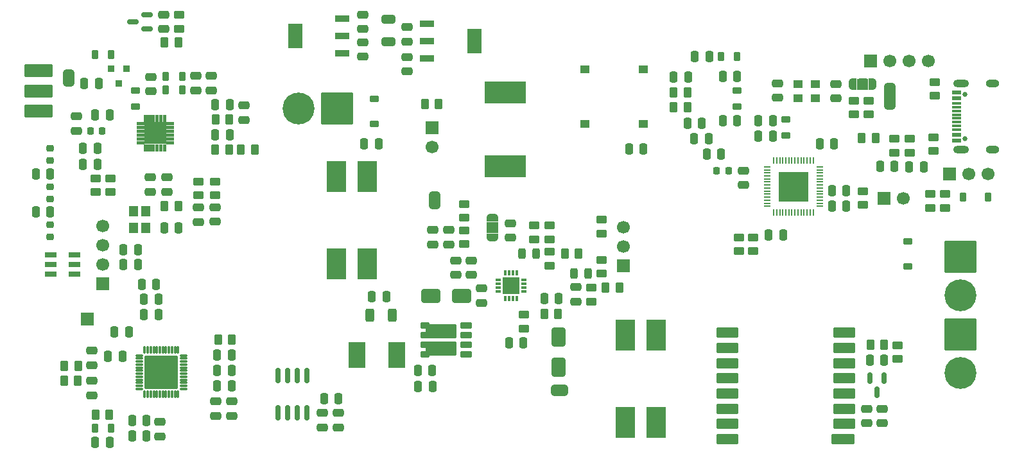
<source format=gbr>
%TF.GenerationSoftware,KiCad,Pcbnew,9.0.6*%
%TF.CreationDate,2025-12-01T10:01:31+02:00*%
%TF.ProjectId,sig_scan_pcb,7369675f-7363-4616-9e5f-7063622e6b69,1*%
%TF.SameCoordinates,Original*%
%TF.FileFunction,Soldermask,Top*%
%TF.FilePolarity,Negative*%
%FSLAX46Y46*%
G04 Gerber Fmt 4.6, Leading zero omitted, Abs format (unit mm)*
G04 Created by KiCad (PCBNEW 9.0.6) date 2025-12-01 10:01:31*
%MOMM*%
%LPD*%
G01*
G04 APERTURE LIST*
G04 Aperture macros list*
%AMRoundRect*
0 Rectangle with rounded corners*
0 $1 Rounding radius*
0 $2 $3 $4 $5 $6 $7 $8 $9 X,Y pos of 4 corners*
0 Add a 4 corners polygon primitive as box body*
4,1,4,$2,$3,$4,$5,$6,$7,$8,$9,$2,$3,0*
0 Add four circle primitives for the rounded corners*
1,1,$1+$1,$2,$3*
1,1,$1+$1,$4,$5*
1,1,$1+$1,$6,$7*
1,1,$1+$1,$8,$9*
0 Add four rect primitives between the rounded corners*
20,1,$1+$1,$2,$3,$4,$5,0*
20,1,$1+$1,$4,$5,$6,$7,0*
20,1,$1+$1,$6,$7,$8,$9,0*
20,1,$1+$1,$8,$9,$2,$3,0*%
%AMFreePoly0*
4,1,23,0.550000,-0.750000,0.000000,-0.750000,0.000000,-0.745722,-0.065263,-0.745722,-0.191342,-0.711940,-0.304381,-0.646677,-0.396677,-0.554381,-0.461940,-0.441342,-0.495722,-0.315263,-0.495722,-0.250000,-0.500000,-0.250000,-0.500000,0.250000,-0.495722,0.250000,-0.495722,0.315263,-0.461940,0.441342,-0.396677,0.554381,-0.304381,0.646677,-0.191342,0.711940,-0.065263,0.745722,0.000000,0.745722,
0.000000,0.750000,0.550000,0.750000,0.550000,-0.750000,0.550000,-0.750000,$1*%
%AMFreePoly1*
4,1,23,0.000000,0.745722,0.065263,0.745722,0.191342,0.711940,0.304381,0.646677,0.396677,0.554381,0.461940,0.441342,0.495722,0.315263,0.495722,0.250000,0.500000,0.250000,0.500000,-0.250000,0.495722,-0.250000,0.495722,-0.315263,0.461940,-0.441342,0.396677,-0.554381,0.304381,-0.646677,0.191342,-0.711940,0.065263,-0.745722,0.000000,-0.745722,0.000000,-0.750000,-0.550000,-0.750000,
-0.550000,0.750000,0.000000,0.750000,0.000000,0.745722,0.000000,0.745722,$1*%
%AMFreePoly2*
4,1,23,0.500000,-0.750000,0.000000,-0.750000,0.000000,-0.745722,-0.065263,-0.745722,-0.191342,-0.711940,-0.304381,-0.646677,-0.396677,-0.554381,-0.461940,-0.441342,-0.495722,-0.315263,-0.495722,-0.250000,-0.500000,-0.250000,-0.500000,0.250000,-0.495722,0.250000,-0.495722,0.315263,-0.461940,0.441342,-0.396677,0.554381,-0.304381,0.646677,-0.191342,0.711940,-0.065263,0.745722,0.000000,0.745722,
0.000000,0.750000,0.500000,0.750000,0.500000,-0.750000,0.500000,-0.750000,$1*%
%AMFreePoly3*
4,1,23,0.000000,0.745722,0.065263,0.745722,0.191342,0.711940,0.304381,0.646677,0.396677,0.554381,0.461940,0.441342,0.495722,0.315263,0.495722,0.250000,0.500000,0.250000,0.500000,-0.250000,0.495722,-0.250000,0.495722,-0.315263,0.461940,-0.441342,0.396677,-0.554381,0.304381,-0.646677,0.191342,-0.711940,0.065263,-0.745722,0.000000,-0.745722,0.000000,-0.750000,-0.500000,-0.750000,
-0.500000,0.750000,0.000000,0.750000,0.000000,0.745722,0.000000,0.745722,$1*%
G04 Aperture macros list end*
%ADD10C,0.000000*%
%ADD11C,0.010000*%
%ADD12RoundRect,0.250000X-0.250000X-0.475000X0.250000X-0.475000X0.250000X0.475000X-0.250000X0.475000X0*%
%ADD13RoundRect,0.250000X-0.450000X0.262500X-0.450000X-0.262500X0.450000X-0.262500X0.450000X0.262500X0*%
%ADD14RoundRect,0.218750X-0.256250X0.218750X-0.256250X-0.218750X0.256250X-0.218750X0.256250X0.218750X0*%
%ADD15RoundRect,0.102000X-2.000000X2.000000X-2.000000X-2.000000X2.000000X-2.000000X2.000000X2.000000X0*%
%ADD16C,4.204000*%
%ADD17RoundRect,0.250000X0.250000X0.475000X-0.250000X0.475000X-0.250000X-0.475000X0.250000X-0.475000X0*%
%ADD18RoundRect,0.250000X0.262500X0.450000X-0.262500X0.450000X-0.262500X-0.450000X0.262500X-0.450000X0*%
%ADD19R,0.800000X0.300000*%
%ADD20R,0.300000X0.800000*%
%ADD21R,2.240000X2.240000*%
%ADD22C,0.600000*%
%ADD23RoundRect,0.250000X0.475000X-0.250000X0.475000X0.250000X-0.475000X0.250000X-0.475000X-0.250000X0*%
%ADD24R,1.250000X1.000000*%
%ADD25RoundRect,0.040000X-0.120000X0.430000X-0.120000X-0.430000X0.120000X-0.430000X0.120000X0.430000X0*%
%ADD26RoundRect,0.040000X-0.430000X0.120000X-0.430000X-0.120000X0.430000X-0.120000X0.430000X0.120000X0*%
%ADD27RoundRect,0.050000X-2.150000X2.150000X-2.150000X-2.150000X2.150000X-2.150000X2.150000X2.150000X0*%
%ADD28RoundRect,0.250000X-1.000000X-0.650000X1.000000X-0.650000X1.000000X0.650000X-1.000000X0.650000X0*%
%ADD29RoundRect,0.225000X-0.375000X0.225000X-0.375000X-0.225000X0.375000X-0.225000X0.375000X0.225000X0*%
%ADD30RoundRect,0.218750X-0.218750X-0.256250X0.218750X-0.256250X0.218750X0.256250X-0.218750X0.256250X0*%
%ADD31RoundRect,0.218750X0.218750X0.381250X-0.218750X0.381250X-0.218750X-0.381250X0.218750X-0.381250X0*%
%ADD32RoundRect,0.243750X-0.243750X-0.456250X0.243750X-0.456250X0.243750X0.456250X-0.243750X0.456250X0*%
%ADD33RoundRect,0.250000X-0.475000X0.250000X-0.475000X-0.250000X0.475000X-0.250000X0.475000X0.250000X0*%
%ADD34RoundRect,0.250000X-0.262500X-0.450000X0.262500X-0.450000X0.262500X0.450000X-0.262500X0.450000X0*%
%ADD35FreePoly0,0.000000*%
%ADD36R,1.000000X1.500000*%
%ADD37FreePoly1,0.000000*%
%ADD38RoundRect,0.150000X-0.150000X0.825000X-0.150000X-0.825000X0.150000X-0.825000X0.150000X0.825000X0*%
%ADD39RoundRect,0.150000X0.587500X0.150000X-0.587500X0.150000X-0.587500X-0.150000X0.587500X-0.150000X0*%
%ADD40RoundRect,0.102000X0.635000X0.305000X-0.635000X0.305000X-0.635000X-0.305000X0.635000X-0.305000X0*%
%ADD41RoundRect,0.102000X0.510000X0.305000X-0.510000X0.305000X-0.510000X-0.305000X0.510000X-0.305000X0*%
%ADD42RoundRect,0.102000X1.905000X0.825000X-1.905000X0.825000X-1.905000X-0.825000X1.905000X-0.825000X0*%
%ADD43R,2.550000X4.150000*%
%ADD44R,2.235200X3.429000*%
%ADD45RoundRect,0.218750X-0.381250X0.218750X-0.381250X-0.218750X0.381250X-0.218750X0.381250X0.218750X0*%
%ADD46RoundRect,0.250000X-0.312500X-0.625000X0.312500X-0.625000X0.312500X0.625000X-0.312500X0.625000X0*%
%ADD47RoundRect,0.050000X-0.350000X-0.050000X0.350000X-0.050000X0.350000X0.050000X-0.350000X0.050000X0*%
%ADD48RoundRect,0.050000X-0.050000X-0.350000X0.050000X-0.350000X0.050000X0.350000X-0.050000X0.350000X0*%
%ADD49R,4.000000X4.000000*%
%ADD50R,5.400000X2.900000*%
%ADD51R,1.650000X0.760000*%
%ADD52RoundRect,0.250000X-0.650000X0.325000X-0.650000X-0.325000X0.650000X-0.325000X0.650000X0.325000X0*%
%ADD53C,0.650000*%
%ADD54R,1.240000X0.600000*%
%ADD55R,1.240000X0.300000*%
%ADD56O,2.100000X1.000000*%
%ADD57O,1.800000X1.000000*%
%ADD58RoundRect,0.218750X-0.218750X-0.381250X0.218750X-0.381250X0.218750X0.381250X-0.218750X0.381250X0*%
%ADD59RoundRect,0.250000X0.450000X-0.262500X0.450000X0.262500X-0.450000X0.262500X-0.450000X-0.262500X0*%
%ADD60RoundRect,0.218750X0.218750X0.256250X-0.218750X0.256250X-0.218750X-0.256250X0.218750X-0.256250X0*%
%ADD61R,1.700000X1.700000*%
%ADD62C,1.700000*%
%ADD63R,0.812800X0.889000*%
%ADD64RoundRect,0.102000X2.000000X2.000000X-2.000000X2.000000X-2.000000X-2.000000X2.000000X-2.000000X0*%
%ADD65R,1.850000X0.900000*%
%ADD66R,1.850000X3.200000*%
%ADD67RoundRect,0.150000X-0.150000X0.587500X-0.150000X-0.587500X0.150000X-0.587500X0.150000X0.587500X0*%
%ADD68RoundRect,0.218750X0.381250X-0.218750X0.381250X0.218750X-0.381250X0.218750X-0.381250X-0.218750X0*%
%ADD69RoundRect,0.102000X1.400000X0.550000X-1.400000X0.550000X-1.400000X-0.550000X1.400000X-0.550000X0*%
%ADD70RoundRect,0.102000X1.300000X0.550000X-1.300000X0.550000X-1.300000X-0.550000X1.300000X-0.550000X0*%
%ADD71RoundRect,0.225000X-0.225000X-0.375000X0.225000X-0.375000X0.225000X0.375000X-0.225000X0.375000X0*%
%ADD72FreePoly2,270.000000*%
%ADD73FreePoly3,270.000000*%
%ADD74FreePoly0,90.000000*%
%ADD75R,1.500000X1.000000*%
%ADD76FreePoly1,90.000000*%
%ADD77FreePoly2,90.000000*%
%ADD78FreePoly3,90.000000*%
%ADD79RoundRect,0.250000X-0.650000X1.000000X-0.650000X-1.000000X0.650000X-1.000000X0.650000X1.000000X0*%
%ADD80R,1.200000X1.400000*%
%ADD81FreePoly2,0.000000*%
%ADD82FreePoly3,0.000000*%
%ADD83RoundRect,0.102000X-1.750000X-0.750000X1.750000X-0.750000X1.750000X0.750000X-1.750000X0.750000X0*%
%ADD84R,1.300000X1.050000*%
G04 APERTURE END LIST*
D10*
%TO.C,JP3*%
G36*
X133187500Y-32524450D02*
G01*
X131687500Y-32524450D01*
X131687500Y-31024450D01*
X133187500Y-31024450D01*
X133187500Y-32524450D01*
G37*
D11*
%TO.C,U3*%
X37617500Y-37099450D02*
X36707500Y-37099450D01*
X36707500Y-36739450D01*
X37617500Y-36739450D01*
X37617500Y-37099450D01*
G36*
X37617500Y-37099450D02*
G01*
X36707500Y-37099450D01*
X36707500Y-36739450D01*
X37617500Y-36739450D01*
X37617500Y-37099450D01*
G37*
X37617499Y-37599450D02*
X36707500Y-37599450D01*
X36707500Y-37239450D01*
X37617500Y-37239450D01*
X37617499Y-37599450D01*
G36*
X37617499Y-37599450D02*
G01*
X36707500Y-37599450D01*
X36707500Y-37239450D01*
X37617500Y-37239450D01*
X37617499Y-37599450D01*
G37*
X37617500Y-38099450D02*
X36707500Y-38099450D01*
X36707500Y-37739450D01*
X37617499Y-37739450D01*
X37617500Y-38099450D01*
G36*
X37617500Y-38099450D02*
G01*
X36707500Y-38099450D01*
X36707500Y-37739450D01*
X37617499Y-37739450D01*
X37617500Y-38099450D01*
G37*
X37617499Y-38599450D02*
X36707500Y-38599450D01*
X36707500Y-38239450D01*
X37617500Y-38239450D01*
X37617499Y-38599450D01*
G36*
X37617499Y-38599450D02*
G01*
X36707500Y-38599450D01*
X36707500Y-38239450D01*
X37617500Y-38239450D01*
X37617499Y-38599450D01*
G37*
X37617500Y-39099450D02*
X36707500Y-39099450D01*
X36707500Y-38739450D01*
X37617499Y-38739450D01*
X37617500Y-39099450D01*
G36*
X37617500Y-39099450D02*
G01*
X36707500Y-39099450D01*
X36707500Y-38739450D01*
X37617499Y-38739450D01*
X37617500Y-39099450D01*
G37*
X37617500Y-39599450D02*
X36707500Y-39599450D01*
X36707500Y-39239450D01*
X37617500Y-39239450D01*
X37617500Y-39599450D01*
G36*
X37617500Y-39599450D02*
G01*
X36707500Y-39599450D01*
X36707500Y-39239450D01*
X37617500Y-39239450D01*
X37617500Y-39599450D01*
G37*
X38042500Y-36674450D02*
X37682500Y-36674450D01*
X37682500Y-35764450D01*
X38042500Y-35764450D01*
X38042500Y-36674450D01*
G36*
X38042500Y-36674450D02*
G01*
X37682500Y-36674450D01*
X37682500Y-35764450D01*
X38042500Y-35764450D01*
X38042500Y-36674450D01*
G37*
X38042500Y-40574450D02*
X37682500Y-40574450D01*
X37682500Y-39664450D01*
X38042500Y-39664450D01*
X38042500Y-40574450D01*
G36*
X38042500Y-40574450D02*
G01*
X37682500Y-40574450D01*
X37682500Y-39664450D01*
X38042500Y-39664450D01*
X38042500Y-40574450D01*
G37*
X40512500Y-39569450D02*
X37712500Y-39569450D01*
X37712500Y-36769450D01*
X40512500Y-36769450D01*
X40512500Y-39569450D01*
G36*
X40512500Y-39569450D02*
G01*
X37712500Y-39569450D01*
X37712500Y-36769450D01*
X40512500Y-36769450D01*
X40512500Y-39569450D01*
G37*
X38542500Y-36674449D02*
X38182500Y-36674450D01*
X38182500Y-35764450D01*
X38542500Y-35764450D01*
X38542500Y-36674449D01*
G36*
X38542500Y-36674449D02*
G01*
X38182500Y-36674450D01*
X38182500Y-35764450D01*
X38542500Y-35764450D01*
X38542500Y-36674449D01*
G37*
X38542500Y-39664451D02*
X38542500Y-40574450D01*
X38182500Y-40574450D01*
X38182500Y-39664450D01*
X38542500Y-39664451D01*
G36*
X38542500Y-39664451D02*
G01*
X38542500Y-40574450D01*
X38182500Y-40574450D01*
X38182500Y-39664450D01*
X38542500Y-39664451D01*
G37*
X39042500Y-36674450D02*
X38682500Y-36674449D01*
X38682500Y-35764450D01*
X39042500Y-35764450D01*
X39042500Y-36674450D01*
G36*
X39042500Y-36674450D02*
G01*
X38682500Y-36674449D01*
X38682500Y-35764450D01*
X39042500Y-35764450D01*
X39042500Y-36674450D01*
G37*
X39042500Y-40574450D02*
X38682500Y-40574450D01*
X38682500Y-39664451D01*
X39042500Y-39664450D01*
X39042500Y-40574450D01*
G36*
X39042500Y-40574450D02*
G01*
X38682500Y-40574450D01*
X38682500Y-39664451D01*
X39042500Y-39664450D01*
X39042500Y-40574450D01*
G37*
X39542500Y-36674449D02*
X39182500Y-36674450D01*
X39182500Y-35764450D01*
X39542500Y-35764450D01*
X39542500Y-36674449D01*
G36*
X39542500Y-36674449D02*
G01*
X39182500Y-36674450D01*
X39182500Y-35764450D01*
X39542500Y-35764450D01*
X39542500Y-36674449D01*
G37*
X39542500Y-39664451D02*
X39542500Y-40574450D01*
X39182500Y-40574450D01*
X39182500Y-39664450D01*
X39542500Y-39664451D01*
G36*
X39542500Y-39664451D02*
G01*
X39542500Y-40574450D01*
X39182500Y-40574450D01*
X39182500Y-39664450D01*
X39542500Y-39664451D01*
G37*
X40042500Y-36674450D02*
X39682500Y-36674449D01*
X39682500Y-35764450D01*
X40042500Y-35764450D01*
X40042500Y-36674450D01*
G36*
X40042500Y-36674450D02*
G01*
X39682500Y-36674449D01*
X39682500Y-35764450D01*
X40042500Y-35764450D01*
X40042500Y-36674450D01*
G37*
X40042500Y-40574450D02*
X39682500Y-40574450D01*
X39682500Y-39664451D01*
X40042500Y-39664450D01*
X40042500Y-40574450D01*
G36*
X40042500Y-40574450D02*
G01*
X39682500Y-40574450D01*
X39682500Y-39664451D01*
X40042500Y-39664450D01*
X40042500Y-40574450D01*
G37*
X40542500Y-36674450D02*
X40182500Y-36674450D01*
X40182500Y-35764450D01*
X40542500Y-35764450D01*
X40542500Y-36674450D01*
G36*
X40542500Y-36674450D02*
G01*
X40182500Y-36674450D01*
X40182500Y-35764450D01*
X40542500Y-35764450D01*
X40542500Y-36674450D01*
G37*
X40542500Y-40574450D02*
X40182500Y-40574450D01*
X40182500Y-39664450D01*
X40542500Y-39664450D01*
X40542500Y-40574450D01*
G36*
X40542500Y-40574450D02*
G01*
X40182500Y-40574450D01*
X40182500Y-39664450D01*
X40542500Y-39664450D01*
X40542500Y-40574450D01*
G37*
X41517500Y-37099450D02*
X40607500Y-37099450D01*
X40607500Y-36739450D01*
X41517500Y-36739450D01*
X41517500Y-37099450D01*
G36*
X41517500Y-37099450D02*
G01*
X40607500Y-37099450D01*
X40607500Y-36739450D01*
X41517500Y-36739450D01*
X41517500Y-37099450D01*
G37*
X41517500Y-37599450D02*
X40607501Y-37599450D01*
X40607500Y-37239450D01*
X41517500Y-37239450D01*
X41517500Y-37599450D01*
G36*
X41517500Y-37599450D02*
G01*
X40607501Y-37599450D01*
X40607500Y-37239450D01*
X41517500Y-37239450D01*
X41517500Y-37599450D01*
G37*
X41517500Y-38599450D02*
X40607501Y-38599450D01*
X40607500Y-38239450D01*
X41517500Y-38239450D01*
X41517500Y-38599450D01*
G36*
X41517500Y-38599450D02*
G01*
X40607501Y-38599450D01*
X40607500Y-38239450D01*
X41517500Y-38239450D01*
X41517500Y-38599450D01*
G37*
X41517500Y-39599450D02*
X40607500Y-39599450D01*
X40607500Y-39239450D01*
X41517500Y-39239450D01*
X41517500Y-39599450D01*
G36*
X41517500Y-39599450D02*
G01*
X40607500Y-39599450D01*
X40607500Y-39239450D01*
X41517500Y-39239450D01*
X41517500Y-39599450D01*
G37*
X41517500Y-38099450D02*
X40607500Y-38099450D01*
X40607501Y-37739450D01*
X41517500Y-37739450D01*
X41517500Y-38099450D01*
G36*
X41517500Y-38099450D02*
G01*
X40607500Y-38099450D01*
X40607501Y-37739450D01*
X41517500Y-37739450D01*
X41517500Y-38099450D01*
G37*
X41517500Y-39099450D02*
X40607500Y-39099450D01*
X40607501Y-38739450D01*
X41517500Y-38739450D01*
X41517500Y-39099450D01*
G36*
X41517500Y-39099450D02*
G01*
X40607500Y-39099450D01*
X40607501Y-38739450D01*
X41517500Y-38739450D01*
X41517500Y-39099450D01*
G37*
D10*
%TO.C,JP5*%
G36*
X76746800Y-47216200D02*
G01*
X75246800Y-47216200D01*
X75246800Y-46916200D01*
X76746800Y-46916200D01*
X76746800Y-47216200D01*
G37*
%TO.C,JP2*%
G36*
X136794300Y-34094650D02*
G01*
X135294300Y-34094650D01*
X135294300Y-32594650D01*
X136794300Y-32594650D01*
X136794300Y-34094650D01*
G37*
%TO.C,JP1*%
G36*
X28482300Y-31111650D02*
G01*
X26982300Y-31111650D01*
X26982300Y-30811650D01*
X28482300Y-30811650D01*
X28482300Y-31111650D01*
G37*
%TO.C,J13*%
G36*
X84368699Y-51412399D02*
G01*
X82868699Y-51412399D01*
X82868699Y-49912399D01*
X84368699Y-49912399D01*
X84368699Y-51412399D01*
G37*
%TO.C,JP4*%
G36*
X92595599Y-72886000D02*
G01*
X92295599Y-72886000D01*
X92295599Y-71386000D01*
X92595599Y-71386000D01*
X92595599Y-72886000D01*
G37*
%TD*%
D12*
%TO.C,C41*%
X118695830Y-38572250D03*
X120595830Y-38572250D03*
%TD*%
D13*
%TO.C,R26*%
X132460230Y-45847349D03*
X132460230Y-47672349D03*
%TD*%
D14*
%TO.C,L6*%
X25300300Y-40232650D03*
X25300300Y-41807652D03*
%TD*%
D15*
%TO.C,J2*%
X145338800Y-54533800D03*
D16*
X145338800Y-59613799D03*
%TD*%
D17*
%TO.C,C59*%
X38001090Y-78177016D03*
X36101092Y-78177016D03*
%TD*%
D18*
%TO.C,R14*%
X42209201Y-26262651D03*
X40384201Y-26262651D03*
%TD*%
D19*
%TO.C,IC2*%
X87755300Y-59090600D03*
X87755300Y-58590599D03*
X87755300Y-58090599D03*
X87755300Y-57590598D03*
D20*
X86805301Y-56640599D03*
X86305300Y-56640599D03*
X85805300Y-56640599D03*
X85305299Y-56640599D03*
D19*
X84355300Y-57590598D03*
X84355300Y-58090599D03*
X84355300Y-58590599D03*
X84355300Y-59090600D03*
D20*
X85305299Y-60040599D03*
X85805300Y-60040599D03*
X86305300Y-60040599D03*
X86805301Y-60040599D03*
D21*
X86055300Y-58340599D03*
D22*
X86588700Y-58848599D03*
X86588700Y-57832599D03*
X85521900Y-58848599D03*
X85521900Y-57832599D03*
%TD*%
D23*
%TO.C,C15*%
X66497200Y-28117800D03*
X66497200Y-26217802D03*
%TD*%
D24*
%TO.C,SW2*%
X95807700Y-29767850D03*
X103557700Y-29767850D03*
%TD*%
D25*
%TO.C,U5*%
X42165092Y-66797817D03*
X41765092Y-66797816D03*
X41365092Y-66797816D03*
X40965092Y-66797816D03*
X40565092Y-66797817D03*
X40165092Y-66797816D03*
X39765092Y-66797816D03*
X39365092Y-66797817D03*
X38965092Y-66797816D03*
X38565092Y-66797816D03*
X38165092Y-66797816D03*
X37765092Y-66797817D03*
D26*
X37030093Y-67532816D03*
X37030092Y-67932816D03*
X37030092Y-68332816D03*
X37030092Y-68732816D03*
X37030093Y-69132816D03*
X37030092Y-69532816D03*
X37030092Y-69932816D03*
X37030093Y-70332816D03*
X37030092Y-70732816D03*
X37030092Y-71132816D03*
X37030092Y-71532816D03*
X37030093Y-71932816D03*
D25*
X37765092Y-72667815D03*
X38165092Y-72667816D03*
X38565092Y-72667816D03*
X38965092Y-72667816D03*
X39365092Y-72667815D03*
X39765092Y-72667816D03*
X40165092Y-72667816D03*
X40565092Y-72667815D03*
X40965092Y-72667816D03*
X41365092Y-72667816D03*
X41765092Y-72667816D03*
X42165092Y-72667815D03*
D26*
X42900091Y-71932816D03*
X42900092Y-71532816D03*
X42900092Y-71132816D03*
X42900092Y-70732816D03*
X42900091Y-70332816D03*
X42900092Y-69932816D03*
X42900092Y-69532816D03*
X42900091Y-69132816D03*
X42900092Y-68732816D03*
X42900092Y-68332816D03*
X42900092Y-67932816D03*
X42900091Y-67532816D03*
D27*
X39965092Y-69732816D03*
%TD*%
D13*
%TO.C,R19*%
X118033800Y-51944900D03*
X118033800Y-53769900D03*
%TD*%
D12*
%TO.C,C48*%
X128374500Y-47852650D03*
X130274500Y-47852650D03*
%TD*%
D17*
%TO.C,C20*%
X31533499Y-42366250D03*
X29633501Y-42366250D03*
%TD*%
%TO.C,C4*%
X48983299Y-34416050D03*
X47083301Y-34416050D03*
%TD*%
D28*
%TO.C,D6*%
X75529298Y-59700199D03*
X79529300Y-59700199D03*
%TD*%
D29*
%TO.C,D7*%
X68021200Y-33656000D03*
X68021200Y-36956000D03*
%TD*%
D23*
%TO.C,C68*%
X133003600Y-76463048D03*
X133003600Y-74563050D03*
%TD*%
D13*
%TO.C,R34*%
X91187900Y-50405699D03*
X91187900Y-52230699D03*
%TD*%
D30*
%TO.C,L12*%
X113195400Y-43153650D03*
X114770400Y-43153650D03*
%TD*%
D31*
%TO.C,L4*%
X42695000Y-30758450D03*
X40570000Y-30758450D03*
%TD*%
D17*
%TO.C,C50*%
X63306999Y-73228200D03*
X61407001Y-73228200D03*
%TD*%
D32*
%TO.C,D5*%
X87481799Y-54112199D03*
X89356801Y-54112199D03*
%TD*%
D33*
%TO.C,C21*%
X38508300Y-44047652D03*
X38508300Y-45947650D03*
%TD*%
D34*
%TO.C,R16*%
X107533200Y-32815850D03*
X109358200Y-32815850D03*
%TD*%
%TO.C,R18*%
X40389800Y-47801850D03*
X42214800Y-47801850D03*
%TD*%
D35*
%TO.C,JP3*%
X131137500Y-31774450D03*
D36*
X132437500Y-31774450D03*
D37*
X133737500Y-31774450D03*
%TD*%
D17*
%TO.C,C13*%
X136623498Y-42620250D03*
X134723500Y-42620250D03*
%TD*%
D33*
%TO.C,C77*%
X75742800Y-50977800D03*
X75742800Y-52877798D03*
%TD*%
D38*
%TO.C,U6*%
X59182000Y-70157800D03*
X57912000Y-70157800D03*
X56642000Y-70157800D03*
X55372000Y-70157800D03*
X55372000Y-75107800D03*
X56642000Y-75107800D03*
X57912000Y-75107800D03*
X59182000Y-75107800D03*
%TD*%
D39*
%TO.C,Q1*%
X38091700Y-24494850D03*
X38091700Y-22594850D03*
X36216699Y-23544850D03*
%TD*%
D12*
%TO.C,C55*%
X47330994Y-67509016D03*
X49230992Y-67509016D03*
%TD*%
D23*
%TO.C,C45*%
X116750230Y-45059449D03*
X116750230Y-43159451D03*
%TD*%
D33*
%TO.C,C51*%
X63322200Y-75112801D03*
X63322200Y-77012799D03*
%TD*%
D12*
%TO.C,C37*%
X34952300Y-55574250D03*
X36852298Y-55574250D03*
%TD*%
D13*
%TO.C,R23*%
X141351000Y-46257200D03*
X141351000Y-48082200D03*
%TD*%
D18*
%TO.C,R32*%
X100380800Y-58582599D03*
X98555800Y-58582599D03*
%TD*%
D17*
%TO.C,C24*%
X109421099Y-30809250D03*
X107521101Y-30809250D03*
%TD*%
D12*
%TO.C,C40*%
X118695830Y-36591050D03*
X120595830Y-36591050D03*
%TD*%
D40*
%TO.C,Q3*%
X80174100Y-67389399D03*
X80174099Y-66119399D03*
X80174099Y-64849399D03*
X80174100Y-63579399D03*
D41*
X74709099Y-63579399D03*
X74709099Y-64849399D03*
X74709099Y-66119399D03*
X74709099Y-67389399D03*
D42*
X76814099Y-66614399D03*
X76814099Y-64354399D03*
%TD*%
D23*
%TO.C,C8*%
X72350901Y-30050700D03*
X72350901Y-28150702D03*
%TD*%
D13*
%TO.C,R27*%
X133275700Y-33935350D03*
X133275700Y-35760350D03*
%TD*%
%TO.C,R31*%
X96699700Y-58586399D03*
X96699700Y-60411399D03*
%TD*%
D14*
%TO.C,L8*%
X25300300Y-45286947D03*
X25300300Y-46861949D03*
%TD*%
D43*
%TO.C,L15*%
X105192800Y-64827800D03*
X101142800Y-64827800D03*
X101142800Y-76377800D03*
X105192800Y-76377800D03*
%TD*%
D33*
%TO.C,C35*%
X44883700Y-48020251D03*
X44883700Y-49920249D03*
%TD*%
%TO.C,C67*%
X85980900Y-50073599D03*
X85980900Y-51973597D03*
%TD*%
D17*
%TO.C,C78*%
X68615599Y-39573200D03*
X66715601Y-39573200D03*
%TD*%
D12*
%TO.C,C60*%
X47330994Y-71573016D03*
X49230992Y-71573016D03*
%TD*%
D44*
%TO.C,L16*%
X71031101Y-67437000D03*
X65722499Y-67437000D03*
%TD*%
D45*
%TO.C,L2*%
X36527100Y-32566150D03*
X36527100Y-34691150D03*
%TD*%
D46*
%TO.C,R42*%
X67473100Y-62255400D03*
X70398100Y-62255400D03*
%TD*%
D47*
%TO.C,U4*%
X119865729Y-42652550D03*
X119865729Y-43052550D03*
X119865729Y-43452550D03*
X119865729Y-43852550D03*
X119865729Y-44252550D03*
X119865729Y-44652550D03*
X119865729Y-45052550D03*
X119865729Y-45452550D03*
X119865729Y-45852550D03*
X119865729Y-46252550D03*
X119865729Y-46652550D03*
X119865729Y-47052550D03*
X119865729Y-47452550D03*
X119865729Y-47852550D03*
D48*
X120715729Y-48702550D03*
X121115729Y-48702550D03*
X121515729Y-48702550D03*
X121915729Y-48702550D03*
X122315729Y-48702550D03*
X122715729Y-48702550D03*
X123115729Y-48702550D03*
X123515729Y-48702550D03*
X123915729Y-48702550D03*
X124315729Y-48702550D03*
X124715729Y-48702550D03*
X125115729Y-48702550D03*
X125515729Y-48702550D03*
X125915729Y-48702550D03*
D47*
X126765729Y-47852550D03*
X126765729Y-47452550D03*
X126765729Y-47052550D03*
X126765729Y-46652550D03*
X126765729Y-46252550D03*
X126765729Y-45852550D03*
X126765729Y-45452550D03*
X126765729Y-45052550D03*
X126765729Y-44652550D03*
X126765729Y-44252550D03*
X126765729Y-43852550D03*
X126765729Y-43452550D03*
X126765729Y-43052550D03*
X126765729Y-42652550D03*
D48*
X125915729Y-41802550D03*
X125515729Y-41802550D03*
X125115729Y-41802550D03*
X124715729Y-41802550D03*
X124315729Y-41802550D03*
X123915729Y-41802550D03*
X123515729Y-41802550D03*
X123115729Y-41802550D03*
X122715729Y-41802550D03*
X122315729Y-41802550D03*
X121915729Y-41802550D03*
X121515729Y-41802550D03*
X121115729Y-41802550D03*
X120715729Y-41802550D03*
D49*
X123315729Y-45252550D03*
%TD*%
D23*
%TO.C,C28*%
X128918100Y-33638849D03*
X128918100Y-31738851D03*
%TD*%
D17*
%TO.C,C42*%
X111223229Y-36921251D03*
X109323231Y-36921251D03*
%TD*%
D34*
%TO.C,R2*%
X47044600Y-40385050D03*
X48869600Y-40385050D03*
%TD*%
D15*
%TO.C,J11*%
X145338800Y-64770000D03*
D16*
X145338800Y-69849999D03*
%TD*%
D34*
%TO.C,R11*%
X50448200Y-40385050D03*
X52273200Y-40385050D03*
%TD*%
D50*
%TO.C,L7*%
X85293200Y-32843600D03*
X85293200Y-42543600D03*
%TD*%
D13*
%TO.C,R44*%
X79908400Y-47558999D03*
X79908400Y-49383999D03*
%TD*%
D51*
%TO.C,T1*%
X25361300Y-56818850D03*
X25361300Y-55548850D03*
X25361300Y-54278850D03*
X28541300Y-54278850D03*
X28541300Y-55548850D03*
X28541300Y-56818850D03*
%TD*%
D17*
%TO.C,C56*%
X38001090Y-76119616D03*
X36101092Y-76119616D03*
%TD*%
D52*
%TO.C,C16*%
X69926200Y-23164800D03*
X69926200Y-26114802D03*
%TD*%
D13*
%TO.C,R43*%
X79910301Y-51015299D03*
X79910301Y-52840299D03*
%TD*%
D33*
%TO.C,C61*%
X47173591Y-73579616D03*
X47173591Y-75479614D03*
%TD*%
D53*
%TO.C,J4*%
X145924900Y-38904848D03*
X145924900Y-33124848D03*
D54*
X144804900Y-39214848D03*
X144804900Y-38414848D03*
D55*
X144804900Y-37264848D03*
X144804900Y-36264848D03*
X144804900Y-35764848D03*
X144804900Y-34764848D03*
D54*
X144804900Y-33614848D03*
X144804900Y-32814848D03*
X144804900Y-32814848D03*
X144804900Y-33614848D03*
D55*
X144804900Y-34264848D03*
X144804900Y-35264848D03*
X144804900Y-36764848D03*
X144804900Y-37764848D03*
D54*
X144804900Y-38414848D03*
X144804900Y-39214848D03*
D56*
X145404900Y-40334848D03*
D57*
X149604900Y-40334848D03*
D56*
X145404900Y-31694848D03*
D57*
X149604900Y-31694848D03*
%TD*%
D58*
%TO.C,L1*%
X31222800Y-27862850D03*
X33347800Y-27862850D03*
%TD*%
D33*
%TO.C,C7*%
X66497200Y-22585602D03*
X66497200Y-24485600D03*
%TD*%
D17*
%TO.C,C46*%
X121942029Y-51602450D03*
X120042031Y-51602450D03*
%TD*%
D13*
%TO.C,R37*%
X91169099Y-53844898D03*
X91169099Y-55669898D03*
%TD*%
D59*
%TO.C,R30*%
X98001699Y-51426198D03*
X98001699Y-49601198D03*
%TD*%
%TO.C,R12*%
X42287300Y-24457350D03*
X42287300Y-22632350D03*
%TD*%
D17*
%TO.C,C53*%
X115903127Y-36561350D03*
X114003129Y-36561350D03*
%TD*%
D13*
%TO.C,R10*%
X31269300Y-44171550D03*
X31269300Y-45996550D03*
%TD*%
D17*
%TO.C,C64*%
X92351299Y-60004999D03*
X90451301Y-60004999D03*
%TD*%
D33*
%TO.C,C70*%
X82152099Y-58699400D03*
X82152099Y-60599398D03*
%TD*%
D60*
%TO.C,L5*%
X32158401Y-37921250D03*
X30583399Y-37921250D03*
%TD*%
D13*
%TO.C,R4*%
X138619899Y-38962650D03*
X138619899Y-40787650D03*
%TD*%
%TO.C,R41*%
X87758900Y-62167798D03*
X87758900Y-63992798D03*
%TD*%
D43*
%TO.C,L17*%
X63049800Y-55482800D03*
X67099800Y-55482800D03*
X67099800Y-43932800D03*
X63049800Y-43932800D03*
%TD*%
D33*
%TO.C,C11*%
X72325501Y-24213701D03*
X72325501Y-26113699D03*
%TD*%
D23*
%TO.C,C2*%
X44528100Y-32572049D03*
X44528100Y-30672051D03*
%TD*%
D24*
%TO.C,SW1*%
X95806430Y-36956050D03*
X103556430Y-36956050D03*
%TD*%
D13*
%TO.C,R39*%
X137083801Y-66194100D03*
X137083801Y-68019100D03*
%TD*%
D61*
%TO.C,J10*%
X133477000Y-28727400D03*
D62*
X136017000Y-28727400D03*
X138556999Y-28727400D03*
X141097000Y-28727400D03*
%TD*%
D63*
%TO.C,U1*%
X35361299Y-29737251D03*
X33311301Y-29737251D03*
X34336300Y-31627250D03*
%TD*%
D33*
%TO.C,C52*%
X61163200Y-75112802D03*
X61163200Y-77012800D03*
%TD*%
D23*
%TO.C,C3*%
X38609900Y-32699049D03*
X38609900Y-30799051D03*
%TD*%
D59*
%TO.C,R40*%
X89155900Y-52230699D03*
X89155900Y-50405699D03*
%TD*%
D17*
%TO.C,C36*%
X34831092Y-67636016D03*
X32931094Y-67636016D03*
%TD*%
D64*
%TO.C,J14*%
X63169800Y-34933900D03*
D16*
X58089801Y-34933900D03*
%TD*%
D59*
%TO.C,R35*%
X98027099Y-56736698D03*
X98027099Y-54911698D03*
%TD*%
D23*
%TO.C,C66*%
X135035600Y-76463048D03*
X135035600Y-74563050D03*
%TD*%
D61*
%TO.C,J5*%
X143943700Y-43610850D03*
D62*
X146483700Y-43610850D03*
X149023699Y-43610850D03*
%TD*%
D12*
%TO.C,C23*%
X101628301Y-40258050D03*
X103528299Y-40258050D03*
%TD*%
D31*
%TO.C,L14*%
X115882330Y-28082050D03*
X113757330Y-28082050D03*
%TD*%
D33*
%TO.C,C10*%
X40667300Y-44032451D03*
X40667300Y-45932449D03*
%TD*%
D13*
%TO.C,R3*%
X141810100Y-38735950D03*
X141810100Y-40560950D03*
%TD*%
D65*
%TO.C,IC1*%
X75012901Y-23793499D03*
X75012901Y-26093500D03*
X75012901Y-28393501D03*
D66*
X81212901Y-26093500D03*
%TD*%
D65*
%TO.C,U2*%
X63806000Y-27674601D03*
X63806000Y-25374600D03*
X63806000Y-23074599D03*
D66*
X57606000Y-25374600D03*
%TD*%
D17*
%TO.C,C58*%
X112201999Y-28092400D03*
X110302001Y-28092400D03*
%TD*%
D59*
%TO.C,R22*%
X143332200Y-48082200D03*
X143332200Y-46257200D03*
%TD*%
D29*
%TO.C,D1*%
X138379200Y-52452000D03*
X138379200Y-55752000D03*
%TD*%
D33*
%TO.C,C76*%
X77825600Y-50967601D03*
X77825600Y-52867599D03*
%TD*%
D34*
%TO.C,R20*%
X27134892Y-70887216D03*
X28959892Y-70887216D03*
%TD*%
%TO.C,R28*%
X47431392Y-65400816D03*
X49256392Y-65400816D03*
%TD*%
D12*
%TO.C,C49*%
X126798430Y-39588250D03*
X128698430Y-39588250D03*
%TD*%
%TO.C,C34*%
X31231801Y-79019400D03*
X33131799Y-79019400D03*
%TD*%
D17*
%TO.C,C69*%
X87728499Y-65821599D03*
X85828501Y-65821599D03*
%TD*%
D67*
%TO.C,Q2*%
X135308400Y-70528200D03*
X133408400Y-70528200D03*
X134358400Y-72403201D03*
%TD*%
D12*
%TO.C,FB1*%
X37378601Y-58115200D03*
X39278599Y-58115200D03*
%TD*%
D13*
%TO.C,R9*%
X44883700Y-44577950D03*
X44883700Y-46402950D03*
%TD*%
D34*
%TO.C,R24*%
X31269300Y-75311000D03*
X33094300Y-75311000D03*
%TD*%
D12*
%TO.C,C17*%
X138609700Y-42671051D03*
X140509698Y-42671051D03*
%TD*%
D31*
%TO.C,L3*%
X42690700Y-32536450D03*
X40565700Y-32536450D03*
%TD*%
D12*
%TO.C,C1*%
X29804901Y-31622050D03*
X31704899Y-31622050D03*
%TD*%
D68*
%TO.C,L13*%
X115908129Y-34732550D03*
X115908129Y-32607550D03*
%TD*%
D13*
%TO.C,R21*%
X116103400Y-51944900D03*
X116103400Y-53769900D03*
%TD*%
%TO.C,R7*%
X33225100Y-44171550D03*
X33225100Y-45996550D03*
%TD*%
D18*
%TO.C,R1*%
X48918500Y-36422650D03*
X47093500Y-36422650D03*
%TD*%
D12*
%TO.C,C47*%
X128373230Y-45785849D03*
X130273230Y-45785849D03*
%TD*%
D59*
%TO.C,R6*%
X141937100Y-33271150D03*
X141937100Y-31446150D03*
%TD*%
D13*
%TO.C,R5*%
X136635099Y-38962650D03*
X136635099Y-40787650D03*
%TD*%
D17*
%TO.C,C75*%
X69631599Y-59791600D03*
X67731601Y-59791600D03*
%TD*%
D12*
%TO.C,C9*%
X47057900Y-38403850D03*
X48957900Y-38403850D03*
%TD*%
D17*
%TO.C,C19*%
X25285099Y-43560151D03*
X23385101Y-43560151D03*
%TD*%
%TO.C,C25*%
X42224099Y-50702051D03*
X40324101Y-50702051D03*
%TD*%
D18*
%TO.C,R36*%
X92284799Y-62047198D03*
X90459799Y-62047198D03*
%TD*%
D12*
%TO.C,C57*%
X47341193Y-69541016D03*
X49241191Y-69541016D03*
%TD*%
D33*
%TO.C,C29*%
X30817892Y-66914617D03*
X30817892Y-68814615D03*
%TD*%
D69*
%TO.C,U7*%
X129881300Y-78540450D03*
D70*
X129981300Y-76540450D03*
X129981300Y-74540450D03*
X129981300Y-72540450D03*
X129981300Y-70540450D03*
X129981300Y-68540450D03*
X129981300Y-66540450D03*
X129981300Y-64540450D03*
X114581300Y-64540450D03*
X114581300Y-66540450D03*
X114581300Y-68540450D03*
X114581300Y-70540450D03*
X114581300Y-72540450D03*
X114581300Y-74540450D03*
X114581300Y-76540450D03*
X114581300Y-78540450D03*
%TD*%
D23*
%TO.C,C14*%
X28754700Y-37906049D03*
X28754700Y-36006051D03*
%TD*%
D71*
%TO.C,D2*%
X145697300Y-46608050D03*
X148997300Y-46608050D03*
%TD*%
D33*
%TO.C,C62*%
X49230992Y-73579616D03*
X49230992Y-75479614D03*
%TD*%
D13*
%TO.C,R8*%
X47042700Y-44577950D03*
X47042700Y-46402950D03*
%TD*%
D17*
%TO.C,C44*%
X113763230Y-40985250D03*
X111863232Y-40985250D03*
%TD*%
D33*
%TO.C,C6*%
X50852700Y-34558251D03*
X50852700Y-36458249D03*
%TD*%
D17*
%TO.C,C74*%
X75683798Y-69472199D03*
X73783800Y-69472199D03*
%TD*%
D18*
%TO.C,R13*%
X76528300Y-34345800D03*
X74703300Y-34345800D03*
%TD*%
D23*
%TO.C,C71*%
X80805899Y-56916398D03*
X80805899Y-55016400D03*
%TD*%
D72*
%TO.C,JP5*%
X75996800Y-46416201D03*
D73*
X75996800Y-47716199D03*
%TD*%
D34*
%TO.C,R15*%
X107533200Y-34797050D03*
X109358200Y-34797050D03*
%TD*%
D58*
%TO.C,L11*%
X31195500Y-77139800D03*
X33320500Y-77139800D03*
%TD*%
D34*
%TO.C,R33*%
X93172900Y-54061399D03*
X94997900Y-54061399D03*
%TD*%
D17*
%TO.C,C43*%
X112137629Y-38927850D03*
X110237631Y-38927850D03*
%TD*%
D74*
%TO.C,JP2*%
X136044300Y-34644650D03*
D75*
X136044300Y-33344650D03*
D76*
X136044300Y-32044650D03*
%TD*%
D34*
%TO.C,R17*%
X27162192Y-68880616D03*
X28987192Y-68880616D03*
%TD*%
D77*
%TO.C,JP1*%
X27732300Y-31611649D03*
D78*
X27732300Y-30311651D03*
%TD*%
D79*
%TO.C,D3*%
X92356300Y-65116998D03*
X92356300Y-69117000D03*
%TD*%
D61*
%TO.C,J7*%
X30222892Y-62732016D03*
%TD*%
D33*
%TO.C,C30*%
X30767092Y-70866816D03*
X30767092Y-72766814D03*
%TD*%
%TO.C,C32*%
X47068100Y-47994851D03*
X47068100Y-49894849D03*
%TD*%
D45*
%TO.C,L10*%
X122312830Y-36392150D03*
X122312830Y-38517150D03*
%TD*%
D61*
%TO.C,J8*%
X32209100Y-58088850D03*
D62*
X32209100Y-55548850D03*
X32209100Y-53008851D03*
X32209100Y-50468850D03*
%TD*%
D23*
%TO.C,C72*%
X78765400Y-56906199D03*
X78765400Y-55006201D03*
%TD*%
D12*
%TO.C,C39*%
X34952300Y-53567650D03*
X36852298Y-53567650D03*
%TD*%
D32*
%TO.C,D4*%
X94365199Y-56702999D03*
X96240201Y-56702999D03*
%TD*%
D61*
%TO.C,J6*%
X75641200Y-37515800D03*
D62*
X75641200Y-40055800D03*
%TD*%
D33*
%TO.C,C5*%
X46560100Y-30672051D03*
X46560100Y-32572049D03*
%TD*%
D61*
%TO.C,J12*%
X100897299Y-55722598D03*
D62*
X100897299Y-53182598D03*
X100897299Y-50642599D03*
%TD*%
D34*
%TO.C,R25*%
X132312400Y-38861050D03*
X134137400Y-38861050D03*
%TD*%
D17*
%TO.C,C54*%
X115896829Y-30723650D03*
X113996831Y-30723650D03*
%TD*%
D74*
%TO.C,J13*%
X83618699Y-51962399D03*
D75*
X83618699Y-50662399D03*
D76*
X83618699Y-49362399D03*
%TD*%
D61*
%TO.C,J9*%
X135275230Y-46799850D03*
D62*
X137815230Y-46799850D03*
%TD*%
D18*
%TO.C,R38*%
X135284200Y-66134000D03*
X133459200Y-66134000D03*
%TD*%
D23*
%TO.C,C27*%
X121220630Y-33524248D03*
X121220630Y-31624250D03*
%TD*%
D17*
%TO.C,C65*%
X135300798Y-68148000D03*
X133400800Y-68148000D03*
%TD*%
D80*
%TO.C,Y1*%
X37873100Y-50697450D03*
X37873100Y-48497450D03*
X36273100Y-48497450D03*
X36273100Y-50697450D03*
%TD*%
D17*
%TO.C,C12*%
X33133699Y-35787650D03*
X31233701Y-35787650D03*
%TD*%
D81*
%TO.C,JP4*%
X91795600Y-72136000D03*
D82*
X93095598Y-72136000D03*
%TD*%
D13*
%TO.C,R29*%
X131294500Y-33909950D03*
X131294500Y-35734950D03*
%TD*%
D17*
%TO.C,C31*%
X35669292Y-64410215D03*
X33769294Y-64410215D03*
%TD*%
D33*
%TO.C,FB2*%
X39809491Y-76287217D03*
X39809491Y-78187215D03*
%TD*%
D83*
%TO.C,J1*%
X23753000Y-32638050D03*
X23753000Y-29938050D03*
X23753000Y-35338050D03*
%TD*%
D17*
%TO.C,C18*%
X31533499Y-40232650D03*
X29633501Y-40232650D03*
%TD*%
D84*
%TO.C,Y2*%
X123920529Y-33585350D03*
X126220529Y-33585350D03*
X126220529Y-31735350D03*
X123920529Y-31735350D03*
%TD*%
D17*
%TO.C,C22*%
X25310499Y-48614450D03*
X23410501Y-48614450D03*
%TD*%
D12*
%TO.C,C73*%
X73809200Y-71631199D03*
X75709198Y-71631199D03*
%TD*%
%TO.C,C33*%
X37665693Y-60117616D03*
X39565691Y-60117616D03*
%TD*%
D23*
%TO.C,C26*%
X40306100Y-24494849D03*
X40306100Y-22594851D03*
%TD*%
D12*
%TO.C,C38*%
X37665693Y-62149616D03*
X39565691Y-62149616D03*
%TD*%
D33*
%TO.C,C63*%
X94616900Y-58521600D03*
X94616900Y-60421598D03*
%TD*%
D14*
%TO.C,L9*%
X25325700Y-50316248D03*
X25325700Y-51891250D03*
%TD*%
M02*

</source>
